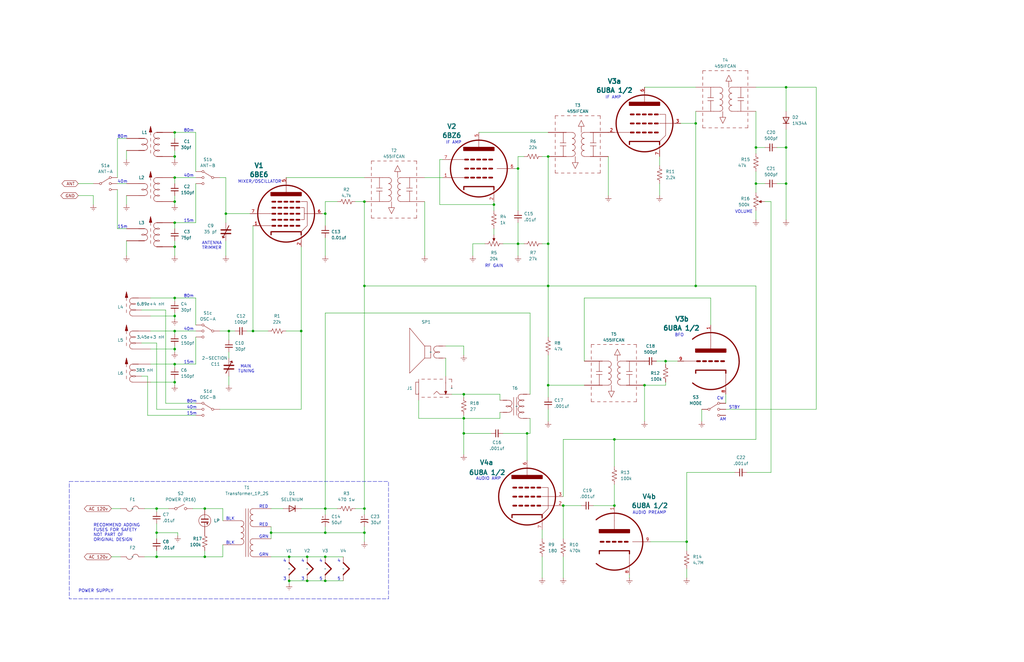
<source format=kicad_sch>
(kicad_sch (version 20230121) (generator eeschema)
  (paper "B")
  (title_block (title "Model 500 Kit 2R 80m/40m/15m HF Receiver") (date "2023-09-11") (rev "1") (company "Conar (National Radio Institute)") (comment 1 "Novice HF AM/SSB/CW Receiver") (comment 2 "Circa 1964") (comment 3 "6BE6, 6BZ6, 6U8A, 6U8A"))
  (lib_symbols
    (symbol "Device:C_Polarized_Small_US" (pin_numbers hide) (pin_names (offset 0.254) hide)
      (property "Reference" "C" (at 0.254 1.778 0))
      (property "Value" "C_Polarized_Small_US" (at 0.254 -2.032 0))
      (symbol "C_Polarized_Small_US_1_1"
        (pin passive line (at 0 2.54 270) (length 2.032) (name "~") (number "1"))
        (pin passive line (at 0 -2.54 90) (length 2.032) (name "~") (number "2"))
      )
    )
    (symbol "Device:C_Small" (pin_numbers hide) (pin_names (offset 0.254) hide)
      (property "Reference" "C" (at 0.254 1.778 0))
      (property "Value" "C_Small" (at 0.254 -2.032 0))
      (symbol "C_Small_1_1"
        (pin passive line (at 0 2.54 270) (length 2.032) (name "~") (number "1"))
        (pin passive line (at 0 -2.54 90) (length 2.032) (name "~") (number "2"))
      )
    )
    (symbol "Device:C_Variable" (pin_numbers hide) (pin_names (offset 0.254) hide)
      (property "Reference" "C" (at 0.635 -1.905 0))
      (property "Value" "C_Variable" (at 0.635 -3.81 0))
      (symbol "C_Variable_1_1"
        (pin passive line (at 0 3.81 270) (length 3.048) (name "~") (number "1"))
        (pin passive line (at 0 -3.81 90) (length 3.048) (name "~") (number "2"))
      )
    )
    (symbol "Device:Lamp_Neon" (pin_numbers hide) (pin_names (offset 0.0254) hide)
      (property "Reference" "NE" (at 0.635 3.81 0))
      (property "Value" "Lamp_Neon" (at 0.635 -3.81 0))
      (symbol "Lamp_Neon_1_1"
        (pin passive line (at 0 -5.08 90) (length 2.54) (name "~") (number "1"))
        (pin passive line (at 0 5.08 270) (length 2.54) (name "~") (number "2"))
      )
    )
    (symbol "Device:R_Potentiometer_US" (pin_numbers hide) (pin_names (offset 1.016) hide)
      (property "Reference" "RV" (at -4.445 0 90))
      (property "Value" "R_Potentiometer_US" (at -2.54 0 90))
      (symbol "R_Potentiometer_US_1_1"
        (pin passive line (at 0 3.81 270) (length 1.27) (name "1") (number "1"))
        (pin passive line (at 3.81 0 180) (length 1.27) (name "2") (number "2"))
        (pin passive line (at 0 -3.81 90) (length 1.27) (name "3") (number "3"))
      )
    )
    (symbol "Device:R_US" (pin_numbers hide) (pin_names (offset 0))
      (property "Reference" "R" (at 2.54 0 90))
      (property "Value" "R_US" (at -2.54 0 90))
      (symbol "R_US_1_1"
        (pin passive line (at 0 3.81 270) (length 1.27) (name "~") (number "1"))
        (pin passive line (at 0 -3.81 90) (length 1.27) (name "~") (number "2"))
      )
    )
    (symbol "Device:Transformer_1P_2S" (pin_numbers hide) (pin_names (offset 1.016) hide)
      (property "Reference" "T" (at 0 12.7 0))
      (property "Value" "Transformer_1P_2S" (at 0 -12.7 0))
      (symbol "Transformer_1P_2S_1_1"
        (pin passive line (at -10.16 5.08 0) (length 7.62) (name "AA") (number "1"))
        (pin passive line (at -10.16 -5.08 0) (length 7.62) (name "AB") (number "2"))
        (pin passive line (at 10.16 10.16 180) (length 7.62) (name "SA") (number "3"))
        (pin passive line (at 10.16 2.54 180) (length 7.62) (name "SB") (number "4"))
        (pin passive line (at 10.16 -2.54 180) (length 7.62) (name "SC") (number "5"))
        (pin passive line (at 10.16 -10.16 180) (length 7.62) (name "SD") (number "6"))
      )
    )
    (symbol "Diode:1N4007" (pin_numbers hide) (pin_names (offset 1.016) hide)
      (property "Reference" "D" (at 0 2.54 0))
      (property "Value" "1N4007" (at 0 -2.54 0))
      (symbol "1N4007_1_1"
        (pin passive line (at -3.81 0 0) (length 2.54) (name "K") (number "1"))
        (pin passive line (at 3.81 0 180) (length 2.54) (name "A") (number "2"))
      )
    )
    (symbol "HEATER_1" (pin_numbers hide) (pin_names (offset 0) hide)
      (property "Reference" "V" (at 2.54 7.62 0))
      (symbol "HEATER_1_1_1"
        (pin passive line (at 0 -5.08 90) (length 2.75) (name "3") (number "3"))
        (pin passive line (at 0 5.08 270) (length 2.75) (name "4") (number "4"))
      )
    )
    (symbol "HEATER_2" (pin_numbers hide) (pin_names (offset 0) hide)
      (property "Reference" "V" (at 2.54 7.62 0))
      (symbol "HEATER_2_1_1"
        (pin passive line (at 0 -5.08 90) (length 2.75) (name "3") (number "3"))
        (pin passive line (at 0 5.08 270) (length 2.75) (name "4") (number "4"))
      )
    )
    (symbol "HEATER_3" (pin_numbers hide) (pin_names (offset 0) hide)
      (property "Reference" "V" (at 2.54 7.62 0))
      (symbol "HEATER_3_1_1"
        (pin passive line (at 0 -5.08 90) (length 2.75) (name "3") (number "3"))
        (pin passive line (at 0 5.08 270) (length 2.75) (name "4") (number "4"))
      )
    )
    (symbol "HEATER_4" (pin_numbers hide) (pin_names (offset 0) hide)
      (property "Reference" "V" (at 2.54 7.62 0))
      (symbol "HEATER_4_1_1"
        (pin passive line (at 0 -5.08 90) (length 2.75) (name "3") (number "3"))
        (pin passive line (at 0 5.08 270) (length 2.75) (name "4") (number "4"))
      )
    )
    (symbol "R_Potentiometer_US_1" (pin_numbers hide) (pin_names (offset 1.016) hide)
      (property "Reference" "RV" (at -4.445 0 90))
      (property "Value" "R_Potentiometer_US" (at -2.54 0 90))
      (symbol "R_Potentiometer_US_1_1_1"
        (pin passive line (at 0 3.81 270) (length 1.27) (name "1") (number "1"))
        (pin passive line (at 3.81 0 180) (length 1.27) (name "2") (number "2"))
        (pin passive line (at 0 -3.81 90) (length 1.27) (name "3") (number "3"))
      )
    )
    (symbol "SW_SP3T_1" (pin_numbers hide) (pin_names (offset 0) hide)
      (property "Reference" "SW" (at 0 5.08 0))
      (property "Value" "SW_SP3T" (at 0 -5.08 0))
      (symbol "SW_SP3T_1_1_1"
        (pin passive line (at 5.08 2.54 180) (length 2.54) (name "1") (number "1"))
        (pin passive line (at 5.08 0 180) (length 2.54) (name "2") (number "2"))
        (pin passive line (at -5.08 0 0) (length 2.54) (name "3") (number "3"))
        (pin passive line (at 5.08 -2.54 180) (length 2.54) (name "4") (number "4"))
      )
    )
    (symbol "SW_SP3T_2" (pin_numbers hide) (pin_names (offset 0) hide)
      (property "Reference" "SW" (at 0 5.08 0))
      (property "Value" "SW_SP3T" (at 0 -5.08 0))
      (symbol "SW_SP3T_2_1_1"
        (pin passive line (at 5.08 2.54 180) (length 2.54) (name "1") (number "1"))
        (pin passive line (at 5.08 0 180) (length 2.54) (name "2") (number "2"))
        (pin passive line (at -5.08 0 0) (length 2.54) (name "3") (number "3"))
        (pin passive line (at 5.08 -2.54 180) (length 2.54) (name "4") (number "4"))
      )
    )
    (symbol "SW_SP3T_3" (pin_numbers hide) (pin_names (offset 0) hide)
      (property "Reference" "SW" (at 0 5.08 0))
      (property "Value" "SW_SP3T" (at 0 -5.08 0))
      (symbol "SW_SP3T_3_1_1"
        (pin passive line (at 5.08 2.54 180) (length 2.54) (name "1") (number "1"))
        (pin passive line (at 5.08 0 180) (length 2.54) (name "2") (number "2"))
        (pin passive line (at -5.08 0 0) (length 2.54) (name "3") (number "3"))
        (pin passive line (at 5.08 -2.54 180) (length 2.54) (name "4") (number "4"))
      )
    )
    (symbol "SW_SP3T_4" (pin_numbers hide) (pin_names (offset 0) hide)
      (property "Reference" "SW" (at 0 5.08 0))
      (property "Value" "SW_SP3T" (at 0 -5.08 0))
      (symbol "SW_SP3T_4_1_1"
        (pin passive line (at 5.08 2.54 180) (length 2.54) (name "1") (number "1"))
        (pin passive line (at 5.08 0 180) (length 2.54) (name "2") (number "2"))
        (pin passive line (at -5.08 0 0) (length 2.54) (name "3") (number "3"))
        (pin passive line (at 5.08 -2.54 180) (length 2.54) (name "4") (number "4"))
      )
    )
    (symbol "Switch:SW_SP3T" (pin_numbers hide) (pin_names (offset 0) hide)
      (property "Reference" "SW" (at 0 5.08 0))
      (property "Value" "SW_SP3T" (at 0 -5.08 0))
      (symbol "SW_SP3T_1_1"
        (pin passive line (at 5.08 2.54 180) (length 2.54) (name "1") (number "1"))
        (pin passive line (at 5.08 0 180) (length 2.54) (name "2") (number "2"))
        (pin passive line (at -5.08 0 0) (length 2.54) (name "3") (number "3"))
        (pin passive line (at 5.08 -2.54 180) (length 2.54) (name "4") (number "4"))
      )
    )
    (symbol "Switch:SW_SPST" (pin_numbers hide) (pin_names (offset 0) hide)
      (property "Reference" "SW" (at 0 3.175 0))
      (property "Value" "SW_SPST" (at 0 -2.54 0))
      (symbol "SW_SPST_1_1"
        (pin passive line (at -5.08 0 0) (length 2.54) (name "A") (number "1"))
        (pin passive line (at 5.08 0 180) (length 2.54) (name "B") (number "2"))
      )
    )
    (symbol "Tube:1/4_PHONE_2C" (pin_numbers hide) (pin_names (offset 0) hide)
      (property "Reference" "J" (at 7.62 10.16 0))
      (symbol "1/4_PHONE_2C_1_1"
        (pin passive line (at -7.62 -5.08 90) (length 3) (name "1") (number "1"))
        (pin passive line (at 3.81 5.08 270) (length 3) (name "1") (number "1"))
        (pin passive line (at 6.35 -2.54 180) (length 3) (name "1") (number "1"))
      )
    )
    (symbol "Tube:455IFCAN" (pin_numbers hide) (pin_names (offset 0) hide)
      (property "Reference" "T" (at -1.27 13.97 0))
      (property "Value" "455IFCAN" (at -3.81 10.16 0))
      (symbol "455IFCAN_1_1"
        (pin passive line (at -12.7 5.08 0) (length 7.62) (name "AA") (number "1"))
        (pin passive line (at -12.7 -5.08 0) (length 7.62) (name "AB") (number "2"))
        (pin passive line (at 12.7 -5.08 180) (length 7.62) (name "SA") (number "3"))
        (pin passive line (at 12.7 5.08 180) (length 7.62) (name "SB") (number "4"))
      )
    )
    (symbol "Tube:6BE6" (pin_names (offset 0) hide)
      (property "Reference" "V" (at 10.16 12.7 0))
      (property "Value" "6BE6" (at 11.43 10.16 0))
      (symbol "6BE6_1_1"
        (pin input line (at -13.97 -5.08 0) (length 2.54) (name "1") (number "1"))
        (pin input line (at 6.35 -13.97 90) (length 2.54) (name "2") (number "2"))
        (pin input line (at 0 15.24 270) (length 2.54) (name "PLATE") (number "5"))
        (pin input line (at 15.24 0 180) (length 2.54) (name "6") (number "6"))
        (pin input line (at -15.24 0 0) (length 2.54) (name "7") (number "7"))
      )
    )
    (symbol "Tube:6BZ6" (pin_names (offset 0) hide)
      (property "Reference" "V" (at 10.16 12.7 0))
      (property "Value" "6BZ6" (at 11.43 10.16 0))
      (symbol "6BZ6_1_1"
        (pin input line (at -15.24 -3.81 0) (length 2.54) (name "1") (number "1"))
        (pin input line (at 6.35 -13.97 90) (length 2.54) (name "2") (number "2"))
        (pin input line (at 0 15.24 270) (length 2.54) (name "PLATE") (number "5"))
        (pin input line (at 15.24 0 180) (length 2.54) (name "6") (number "6"))
        (pin input line (at -15.24 3.81 0) (length 2.54) (name "7") (number "7"))
      )
    )
    (symbol "Tube:6U8 PENTODE - LEFT" (pin_names (offset 0) hide)
      (property "Reference" "V" (at 10.16 12.7 0))
      (property "Value" "6U8 PENTODE - LEFT" (at 11.43 10.16 0))
      (symbol "6U8 PENTODE - LEFT_1_1"
        (pin input line (at 15.24 -3.81 180) (length 2.54) (name "G1") (number "2"))
        (pin input line (at 15.24 0 180) (length 2.54) (name "G2") (number "3"))
        (pin input line (at 0 15.24 270) (length 2.54) (name "PLATE") (number "6"))
        (pin input line (at 6.35 -13.97 90) (length 2.54) (name "CATHODE") (number "7"))
      )
    )
    (symbol "Tube:6U8 PENTODE - RIGHT" (pin_names (offset 0) hide)
      (property "Reference" "V" (at 10.16 12.7 0))
      (property "Value" "6U8 PENTODE - RIGHT" (at 11.43 10.16 0))
      (symbol "6U8 PENTODE - RIGHT_1_1"
        (pin input line (at -15.24 -3.81 0) (length 2.54) (name "G1") (number "2"))
        (pin input line (at 15.24 0 180) (length 2.54) (name "G2") (number "3"))
        (pin input line (at 0 15.24 270) (length 2.54) (name "PLATE") (number "6"))
        (pin input line (at 6.35 -13.97 90) (length 2.54) (name "CATHODE") (number "7"))
      )
    )
    (symbol "Tube:6U8 TRIODE - LEFT" (pin_names (offset 0) hide)
      (property "Reference" "V" (at 10.16 12.7 0))
      (property "Value" "6U8 TRIODE - LEFT" (at 11.43 10.16 0))
      (symbol "6U8 TRIODE - LEFT_1_1"
        (pin input line (at 0 15.24 270) (length 2.54) (name "PLATE") (number "1"))
        (pin input line (at 6.35 -13.97 90) (length 2.54) (name "8") (number "8"))
        (pin input line (at -13.97 0 0) (length 2.54) (name "9") (number "9"))
      )
    )
    (symbol "Tube:6U8 TRIODE - RIGHT" (pin_names (offset 0) hide)
      (property "Reference" "V" (at 10.16 12.7 0))
      (property "Value" "6U8 TRIODE - RIGHT" (at 11.43 10.16 0))
      (symbol "6U8 TRIODE - RIGHT_1_1"
        (pin input line (at 0 15.24 270) (length 2.54) (name "PLATE") (number "1"))
        (pin input line (at 6.35 -13.97 90) (length 2.54) (name "8") (number "8"))
        (pin input line (at 15.24 0 180) (length 2.54) (name "9") (number "9"))
      )
    )
    (symbol "Tube:ANT_COIL" (pin_numbers hide) (pin_names (offset 0) hide)
      (property "Reference" "L" (at -6.35 5.08 0))
      (property "Value" "ANT_COIL" (at -8.89 0 0))
      (symbol "ANT_COIL_1_1"
        (pin passive line (at -10.16 2.54 0) (length 7.62) (name "AA") (number "1"))
        (pin passive line (at -10.16 -2.54 0) (length 7.62) (name "AB") (number "2"))
        (pin passive line (at 10.16 -5.08 180) (length 7.62) (name "SA") (number "3"))
        (pin passive line (at 10.16 5.08 180) (length 7.62) (name "SB") (number "4"))
      )
    )
    (symbol "Tube:AUDIO_XMFR" (pin_numbers hide) (pin_names (offset 0) hide)
      (property "Reference" "T" (at -1.27 7.62 0))
      (symbol "AUDIO_XMFR_1_1"
        (pin passive line (at -6.35 2.54 0) (length 3) (name "AA") (number "1"))
        (pin passive line (at -6.35 -2.54 0) (length 3) (name "AB") (number "2"))
        (pin passive line (at 6.35 -5.08 180) (length 3) (name "SA") (number "3"))
        (pin passive line (at 6.35 5.08 180) (length 3) (name "SB") (number "4"))
      )
    )
    (symbol "Tube:OSC_COIL" (pin_numbers hide) (pin_names (offset 0) hide)
      (property "Reference" "L" (at -2.54 1.27 0))
      (symbol "OSC_COIL_1_1"
        (pin passive line (at 10.16 -2.54 180) (length 7.62) (name "SA") (number "3"))
        (pin passive line (at 6.35 0 180) (length 2.7) (name "SB") (number "4"))
        (pin passive line (at 10.16 5.08 180) (length 7.62) (name "SB") (number "4"))
      )
    )
    (symbol "Tube:SPKR" (pin_numbers hide) (pin_names (offset 0) hide)
      (property "Reference" "SP" (at 11.43 8.89 0))
      (symbol "SPKR_1_1"
        (pin passive line (at 6.35 -2.54 180) (length 3) (name "AA") (number "1"))
        (pin passive line (at 6.35 2.54 180) (length 3) (name "AB") (number "2"))
      )
    )
    (symbol "VacuumTube:Fuse" (pin_numbers hide) (pin_names hide)
      (property "Reference" "F" (at 0 3.81 0))
      (symbol "Fuse_1_1"
        (pin bidirectional line (at -5.08 0 0) (length 2.54) (name "") (number ""))
        (pin bidirectional line (at 5.08 0 180) (length 2.54) (name "") (number ""))
      )
    )
    (symbol "power:GNDREF" (power) (pin_names (offset 0))
      (property "Value" "GNDREF" (at 0 -3.81 0))
      (symbol "GNDREF_1_1"
        (pin power_in line (at 0 0 270) (length 0) hide (name "GNDREF") (number "1"))
      )
    )
  )
  (junction (at 195.58 166.37))
  (junction (at 66.04 224.79))
  (junction (at 137.16 90.17))
  (junction (at 293.37 52.07))
  (junction (at 293.37 120.65))
  (junction (at 121.92 234.95))
  (junction (at 96.52 139.7))
  (junction (at 153.67 224.79))
  (junction (at 218.44 102.87))
  (junction (at 137.16 245.11))
  (junction (at 137.16 214.63))
  (junction (at 106.68 139.7))
  (junction (at 114.3 224.79))
  (junction (at 137.16 234.95))
  (junction (at 153.67 214.63))
  (junction (at 259.08 213.36))
  (junction (at 73.66 161.29))
  (junction (at 231.14 162.56))
  (junction (at 137.16 224.79))
  (junction (at 195.58 182.88))
  (junction (at 73.66 125.73))
  (junction (at 129.54 245.11))
  (junction (at 127 139.7))
  (junction (at 237.49 213.36))
  (junction (at 73.66 133.35))
  (junction (at 129.54 234.95))
  (junction (at 73.66 66.04))
  (junction (at 231.14 66.04))
  (junction (at 73.66 85.09))
  (junction (at 86.36 214.63))
  (junction (at 208.28 86.36))
  (junction (at 331.47 77.47))
  (junction (at 259.08 185.42))
  (junction (at 66.04 214.63))
  (junction (at 153.67 85.09))
  (junction (at 218.44 71.12))
  (junction (at 73.66 104.14))
  (junction (at 331.47 36.83))
  (junction (at 153.67 120.65))
  (junction (at 222.25 182.88))
  (junction (at 331.47 62.23))
  (junction (at 73.66 139.7))
  (junction (at 73.66 74.93))
  (junction (at 280.67 152.4))
  (junction (at 121.92 245.11))
  (junction (at 195.58 176.53))
  (junction (at 73.66 93.98))
  (junction (at 73.66 147.32))
  (junction (at 86.36 234.95))
  (junction (at 95.25 90.17))
  (junction (at 73.66 153.67))
  (junction (at 73.66 55.88))
  (junction (at 318.77 62.23))
  (junction (at 231.14 120.65))
  (junction (at 289.56 228.6))
  (junction (at 66.04 234.95))
  (junction (at 318.77 77.47))
  (junction (at 231.14 102.87))
  (junction (at 271.78 162.56))
  (wire (pts (xy 66.04 234.95) (xy 86.36 234.95)))
  (wire (pts (xy 195.58 182.88) (xy 195.58 191.77)))
  (wire (pts (xy 331.47 36.83) (xy 344.17 36.83)))
  (wire (pts (xy 127 139.7) (xy 127 172.72)))
  (wire (pts (xy 73.66 85.09) (xy 73.66 86.36)))
  (wire (pts (xy 318.77 77.47) (xy 322.58 77.47)))
  (wire (pts (xy 137.16 224.79) (xy 153.67 224.79)))
  (wire (pts (xy 187.96 146.05) (xy 195.58 146.05)))
  (wire (pts (xy 73.66 93.98) (xy 82.55 93.98)))
  (wire (pts (xy 318.77 62.23) (xy 322.58 62.23)))
  (wire (pts (xy 187.96 151.13) (xy 187.96 158.75)))
  (wire (pts (xy 231.14 149.86) (xy 231.14 162.56)))
  (wire (pts (xy 137.16 132.08) (xy 137.16 214.63)))
  (wire (pts (xy 246.38 125.73) (xy 246.38 152.4)))
  (wire (pts (xy 93.98 229.87) (xy 93.98 234.95)))
  (wire (pts (xy 153.67 120.65) (xy 231.14 120.65)))
  (wire (pts (xy 259.08 185.42) (xy 318.77 185.42)))
  (wire (pts (xy 289.56 240.03) (xy 289.56 243.84)))
  (wire (pts (xy 66.04 232.41) (xy 66.04 234.95)))
  (wire (pts (xy 318.77 88.9) (xy 318.77 92.71)))
  (wire (pts (xy 82.55 175.26) (xy 62.23 175.26)))
  (wire (pts (xy 153.67 224.79) (xy 153.67 228.6)))
  (wire (pts (xy 293.37 52.07) (xy 293.37 120.65)))
  (wire (pts (xy 73.66 153.67) (xy 73.66 154.94)))
  (wire (pts (xy 74.93 224.79) (xy 66.04 224.79)))
  (wire (pts (xy 218.44 102.87) (xy 218.44 107.95)))
  (wire (pts (xy 299.72 125.73) (xy 299.72 137.16)))
  (wire (pts (xy 278.13 69.85) (xy 278.13 66.04)))
  (wire (pts (xy 289.56 228.6) (xy 289.56 232.41)))
  (wire (pts (xy 114.3 224.79) (xy 137.16 224.79)))
  (wire (pts (xy 73.66 93.98) (xy 73.66 96.52)))
  (wire (pts (xy 53.34 82.55) (xy 53.34 86.36)))
  (wire (pts (xy 63.5 153.67) (xy 73.66 153.67)))
  (wire (pts (xy 137.16 214.63) (xy 137.16 217.17)))
  (wire (pts (xy 265.43 242.57) (xy 265.43 243.84)))
  (wire (pts (xy 71.12 214.63) (xy 66.04 214.63)))
  (wire (pts (xy 195.58 146.05) (xy 195.58 149.86)))
  (wire (pts (xy 271.78 36.83) (xy 293.37 36.83)))
  (wire (pts (xy 309.88 199.39) (xy 289.56 199.39)))
  (wire (pts (xy 179.07 85.09) (xy 179.07 107.95)))
  (wire (pts (xy 293.37 120.65) (xy 318.77 120.65)))
  (wire (pts (xy 231.14 177.8) (xy 231.14 172.72)))
  (wire (pts (xy 73.66 160.02) (xy 73.66 161.29)))
  (wire (pts (xy 210.82 166.37) (xy 210.82 168.91)))
  (wire (pts (xy 208.28 88.9) (xy 208.28 86.36)))
  (wire (pts (xy 81.28 214.63) (xy 86.36 214.63)))
  (wire (pts (xy 231.14 162.56) (xy 246.38 162.56)))
  (wire (pts (xy 120.65 74.93) (xy 153.67 74.93)))
  (wire (pts (xy 318.77 185.42) (xy 318.77 120.65)))
  (wire (pts (xy 218.44 102.87) (xy 220.98 102.87)))
  (wire (pts (xy 218.44 71.12) (xy 218.44 88.9)))
  (wire (pts (xy 237.49 213.36) (xy 237.49 227.33)))
  (wire (pts (xy 104.14 139.7) (xy 106.68 139.7)))
  (wire (pts (xy 114.3 214.63) (xy 119.38 214.63)))
  (wire (pts (xy 137.16 90.17) (xy 135.89 90.17)))
  (wire (pts (xy 73.66 139.7) (xy 73.66 140.97)))
  (wire (pts (xy 223.52 132.08) (xy 223.52 166.37)))
  (wire (pts (xy 289.56 199.39) (xy 289.56 228.6)))
  (wire (pts (xy 66.04 214.63) (xy 66.04 215.9)))
  (wire (pts (xy 278.13 77.47) (xy 278.13 82.55)))
  (wire (pts (xy 331.47 36.83) (xy 331.47 46.99)))
  (wire (pts (xy 231.14 102.87) (xy 231.14 120.65)))
  (wire (pts (xy 60.96 214.63) (xy 66.04 214.63)))
  (wire (pts (xy 73.66 63.5) (xy 73.66 66.04)))
  (wire (pts (xy 66.04 224.79) (xy 66.04 227.33)))
  (wire (pts (xy 106.68 95.25) (xy 106.68 139.7)))
  (wire (pts (xy 276.86 152.4) (xy 280.67 152.4)))
  (wire (pts (xy 63.5 133.35) (xy 73.66 133.35)))
  (wire (pts (xy 99.06 139.7) (xy 96.52 139.7)))
  (wire (pts (xy 96.52 148.59) (xy 96.52 151.13)))
  (wire (pts (xy 208.28 85.09) (xy 208.28 86.36)))
  (wire (pts (xy 53.34 63.5) (xy 53.34 67.31)))
  (wire (pts (xy 293.37 52.07) (xy 293.37 46.99)))
  (wire (pts (xy 95.25 90.17) (xy 105.41 90.17)))
  (wire (pts (xy 190.5 166.37) (xy 195.58 166.37)))
  (wire (pts (xy 195.58 166.37) (xy 210.82 166.37)))
  (wire (pts (xy 314.96 199.39) (xy 325.12 199.39)))
  (wire (pts (xy 231.14 162.56) (xy 231.14 167.64)))
  (wire (pts (xy 210.82 173.99) (xy 210.82 176.53)))
  (wire (pts (xy 287.02 52.07) (xy 293.37 52.07)))
  (wire (pts (xy 237.49 209.55) (xy 237.49 185.42)))
  (wire (pts (xy 53.34 101.6) (xy 53.34 107.95)))
  (wire (pts (xy 137.16 100.33) (xy 137.16 107.95)))
  (wire (pts (xy 73.66 139.7) (xy 82.55 139.7)))
  (wire (pts (xy 106.68 139.7) (xy 113.03 139.7)))
  (wire (pts (xy 231.14 66.04) (xy 231.14 102.87)))
  (wire (pts (xy 217.17 71.12) (xy 218.44 71.12)))
  (wire (pts (xy 137.16 90.17) (xy 137.16 95.25)))
  (wire (pts (xy 246.38 125.73) (xy 299.72 125.73)))
  (wire (pts (xy 153.67 222.25) (xy 153.67 224.79)))
  (wire (pts (xy 322.58 85.09) (xy 325.12 85.09)))
  (wire (pts (xy 96.52 158.75) (xy 96.52 162.56)))
  (wire (pts (xy 73.66 125.73) (xy 73.66 127)))
  (wire (pts (xy 331.47 62.23) (xy 327.66 62.23)))
  (wire (pts (xy 318.77 72.39) (xy 318.77 77.47)))
  (wire (pts (xy 218.44 93.98) (xy 218.44 102.87)))
  (wire (pts (xy 137.16 245.11) (xy 144.78 245.11)))
  (wire (pts (xy 153.67 214.63) (xy 153.67 217.17)))
  (wire (pts (xy 129.54 245.11) (xy 137.16 245.11)))
  (wire (pts (xy 86.36 232.41) (xy 86.36 234.95)))
  (wire (pts (xy 82.55 172.72) (xy 66.04 172.72)))
  (wire (pts (xy 121.92 234.95) (xy 129.54 234.95)))
  (wire (pts (xy 327.66 77.47) (xy 331.47 77.47)))
  (wire (pts (xy 73.66 133.35) (xy 73.66 134.62)))
  (wire (pts (xy 39.37 82.55) (xy 33.02 82.55)))
  (wire (pts (xy 73.66 104.14) (xy 73.66 107.95)))
  (wire (pts (xy 280.67 161.29) (xy 280.67 162.56)))
  (wire (pts (xy 149.86 214.63) (xy 153.67 214.63)))
  (wire (pts (xy 222.25 182.88) (xy 223.52 182.88)))
  (wire (pts (xy 318.77 77.47) (xy 318.77 81.28)))
  (wire (pts (xy 39.37 86.36) (xy 39.37 82.55)))
  (wire (pts (xy 212.09 182.88) (xy 222.25 182.88)))
  (wire (pts (xy 46.99 214.63) (xy 50.8 214.63)))
  (wire (pts (xy 73.66 74.93) (xy 73.66 77.47)))
  (wire (pts (xy 280.67 152.4) (xy 285.75 152.4)))
  (wire (pts (xy 149.86 85.09) (xy 153.67 85.09)))
  (wire (pts (xy 82.55 153.67) (xy 82.55 142.24)))
  (wire (pts (xy 176.53 168.91) (xy 176.53 176.53)))
  (wire (pts (xy 295.91 172.72) (xy 295.91 177.8)))
  (wire (pts (xy 86.36 214.63) (xy 93.98 214.63)))
  (wire (pts (xy 331.47 54.61) (xy 331.47 62.23)))
  (wire (pts (xy 195.58 176.53) (xy 195.58 182.88)))
  (wire (pts (xy 127 104.14) (xy 127 139.7)))
  (wire (pts (xy 153.67 85.09) (xy 153.67 120.65)))
  (wire (pts (xy 63.5 147.32) (xy 73.66 147.32)))
  (wire (pts (xy 82.55 77.47) (xy 82.55 93.98)))
  (wire (pts (xy 59.69 130.81) (xy 69.85 130.81)))
  (wire (pts (xy 73.66 147.32) (xy 73.66 148.59)))
  (wire (pts (xy 331.47 62.23) (xy 331.47 77.47)))
  (wire (pts (xy 73.66 132.08) (xy 73.66 133.35)))
  (wire (pts (xy 49.53 77.47) (xy 53.34 77.47)))
  (wire (pts (xy 195.58 176.53) (xy 210.82 176.53)))
  (wire (pts (xy 245.11 213.36) (xy 237.49 213.36)))
  (wire (pts (xy 231.14 120.65) (xy 293.37 120.65)))
  (wire (pts (xy 73.66 55.88) (xy 73.66 58.42)))
  (wire (pts (xy 93.98 214.63) (xy 93.98 219.71)))
  (wire (pts (xy 218.44 66.04) (xy 218.44 71.12)))
  (wire (pts (xy 199.39 102.87) (xy 199.39 107.95)))
  (wire (pts (xy 73.66 153.67) (xy 82.55 153.67)))
  (wire (pts (xy 73.66 147.32) (xy 73.66 146.05)))
  (wire (pts (xy 69.85 130.81) (xy 69.85 170.18)))
  (wire (pts (xy 201.93 55.88) (xy 231.14 55.88)))
  (wire (pts (xy 344.17 172.72) (xy 306.07 172.72)))
  (wire (pts (xy 179.07 74.93) (xy 186.69 74.93)))
  (wire (pts (xy 46.99 234.95) (xy 50.8 234.95)))
  (wire (pts (xy 59.69 158.75) (xy 62.23 158.75)))
  (wire (pts (xy 250.19 213.36) (xy 259.08 213.36)))
  (wire (pts (xy 53.34 96.52) (xy 49.53 96.52)))
  (wire (pts (xy 137.16 222.25) (xy 137.16 224.79)))
  (wire (pts (xy 73.66 101.6) (xy 73.66 104.14)))
  (wire (pts (xy 231.14 142.24) (xy 231.14 120.65)))
  (wire (pts (xy 86.36 234.95) (xy 93.98 234.95)))
  (wire (pts (xy 137.16 234.95) (xy 144.78 234.95)))
  (wire (pts (xy 228.6 66.04) (xy 231.14 66.04)))
  (wire (pts (xy 256.54 66.04) (xy 256.54 82.55)))
  (wire (pts (xy 60.96 234.95) (xy 66.04 234.95)))
  (wire (pts (xy 92.71 139.7) (xy 96.52 139.7)))
  (wire (pts (xy 208.28 96.52) (xy 208.28 99.06)))
  (wire (pts (xy 185.42 67.31) (xy 185.42 86.36)))
  (wire (pts (xy 127 214.63) (xy 137.16 214.63)))
  (wire (pts (xy 73.66 66.04) (xy 73.66 67.31)))
  (wire (pts (xy 127 172.72) (xy 92.71 172.72)))
  (wire (pts (xy 271.78 162.56) (xy 271.78 177.8)))
  (wire (pts (xy 82.55 55.88) (xy 82.55 72.39)))
  (wire (pts (xy 271.78 162.56) (xy 280.67 162.56)))
  (wire (pts (xy 153.67 120.65) (xy 153.67 214.63)))
  (wire (pts (xy 212.09 102.87) (xy 218.44 102.87)))
  (wire (pts (xy 59.69 144.78) (xy 66.04 144.78)))
  (wire (pts (xy 114.3 224.79) (xy 114.3 227.33)))
  (wire (pts (xy 237.49 185.42) (xy 259.08 185.42)))
  (wire (pts (xy 73.66 82.55) (xy 73.66 85.09)))
  (wire (pts (xy 204.47 102.87) (xy 199.39 102.87)))
  (wire (pts (xy 120.65 139.7) (xy 127 139.7)))
  (wire (pts (xy 114.3 222.25) (xy 114.3 224.79)))
  (wire (pts (xy 280.67 152.4) (xy 280.67 153.67)))
  (wire (pts (xy 137.16 85.09) (xy 137.16 90.17)))
  (wire (pts (xy 195.58 175.26) (xy 195.58 176.53)))
  (wire (pts (xy 63.5 125.73) (xy 73.66 125.73)))
  (wire (pts (xy 66.04 144.78) (xy 66.04 172.72)))
  (wire (pts (xy 195.58 166.37) (xy 195.58 167.64)))
  (wire (pts (xy 220.98 66.04) (xy 218.44 66.04)))
  (wire (pts (xy 63.5 139.7) (xy 73.66 139.7)))
  (wire (pts (xy 63.5 161.29) (xy 73.66 161.29)))
  (wire (pts (xy 195.58 182.88) (xy 207.01 182.88)))
  (wire (pts (xy 274.32 228.6) (xy 289.56 228.6)))
  (wire (pts (xy 129.54 234.95) (xy 137.16 234.95)))
  (wire (pts (xy 33.02 77.47) (xy 39.37 77.47)))
  (wire (pts (xy 185.42 86.36) (xy 208.28 86.36)))
  (wire (pts (xy 73.66 74.93) (xy 82.55 74.93)))
  (wire (pts (xy 69.85 170.18) (xy 82.55 170.18)))
  (wire (pts (xy 137.16 132.08) (xy 223.52 132.08)))
  (wire (pts (xy 325.12 85.09) (xy 325.12 199.39)))
  (wire (pts (xy 186.69 67.31) (xy 185.42 67.31)))
  (wire (pts (xy 92.71 74.93) (xy 95.25 74.93)))
  (wire (pts (xy 137.16 214.63) (xy 142.24 214.63)))
  (wire (pts (xy 96.52 139.7) (xy 96.52 143.51)))
  (wire (pts (xy 121.92 245.11) (xy 129.54 245.11)))
  (wire (pts (xy 73.66 125.73) (xy 82.55 125.73)))
  (wire (pts (xy 318.77 46.99) (xy 318.77 62.23)))
  (wire (pts (xy 53.34 58.42) (xy 49.53 58.42)))
  (wire (pts (xy 223.52 176.53) (xy 223.52 182.88)))
  (wire (pts (xy 318.77 36.83) (xy 331.47 36.83)))
  (wire (pts (xy 49.53 96.52) (xy 49.53 80.01)))
  (wire (pts (xy 95.25 74.93) (xy 95.25 90.17)))
  (wire (pts (xy 73.66 162.56) (xy 73.66 161.29)))
  (wire (pts (xy 74.93 226.06) (xy 74.93 224.79)))
  (wire (pts (xy 228.6 223.52) (xy 228.6 227.33)))
  (wire (pts (xy 95.25 90.17) (xy 95.25 93.98)))
  (wire (pts (xy 344.17 36.83) (xy 344.17 172.72)))
  (wire (pts (xy 49.53 58.42) (xy 49.53 74.93)))
  (wire (pts (xy 259.08 196.85) (xy 259.08 185.42)))
  (wire (pts (xy 114.3 234.95) (xy 121.92 234.95)))
  (wire (pts (xy 228.6 102.87) (xy 231.14 102.87)))
  (wire (pts (xy 318.77 62.23) (xy 318.77 64.77)))
  (wire (pts (xy 306.07 166.37) (xy 306.07 170.18)))
  (wire (pts (xy 176.53 176.53) (xy 195.58 176.53)))
  (wire (pts (xy 121.92 245.11) (xy 121.92 246.38)))
  (wire (pts (xy 222.25 182.88) (xy 222.25 194.31)))
  (wire (pts (xy 82.55 55.88) (xy 73.66 55.88)))
  (wire (pts (xy 237.49 234.95) (xy 237.49 243.84)))
  (wire (pts (xy 142.24 85.09) (xy 137.16 85.09)))
  (wire (pts (xy 228.6 234.95) (xy 228.6 243.84)))
  (wire (pts (xy 331.47 77.47) (xy 331.47 92.71)))
  (wire (pts (xy 259.08 213.36) (xy 259.08 204.47)))
  (wire (pts (xy 66.04 220.98) (xy 66.04 224.79)))
  (wire (pts (xy 62.23 158.75) (xy 62.23 175.26)))
  (wire (pts (xy 95.25 101.6) (xy 95.25 107.95)))
  (wire (pts (xy 82.55 125.73) (xy 82.55 137.16)))
  (rectangle (start 29.21 203.2) (end 163.83 252.73) (stroke (width 0) (type dash)))
  (text "RF GAIN" (at 204.47 113.03 0) (effects (font (size 1.27 1.27)) (justify left bottom)))
  (text "IF AMP" (at 187.96 60.96 0) (effects (font (size 1.27 1.27)) (justify left bottom)))
  (text "GRN" (at 109.22 234.95 0) (effects (font (size 1.27 1.27)) (justify left bottom)))
  (text "15m" (at 77.47 93.98 0) (effects (font (size 1.27 1.27)) (justify left bottom)))
  (text "15m" (at 77.47 153.67 0) (effects (font (size 1.27 1.27)) (justify left bottom)))
  (text "4" (at 127 237.49 0) (effects (font (size 1.27 1.27)) (justify left bottom)))
  (text "80m" (at 77.47 125.73 0) (effects (font (size 1.27 1.27)) (justify left bottom)))
  (text "VOLUME" (at 309.88 90.17 0) (effects (font (size 1.27 1.27)) (justify left bottom)))
  (text "80m" (at 77.47 55.88 0) (effects (font (size 1.27 1.27)) (justify left bottom)))
  (text "80m" (at 49.53 58.42 0) (effects (font (size 1.27 1.27)) (justify left bottom)))
  (text "AM" (at 303.53 177.8 0) (effects (font (size 1.27 1.27)) (justify left bottom)))
  (text "5" (at 142.24 245.11 0) (effects (font (size 1.27 1.27)) (justify left bottom)))
  (text "40m" (at 49.53 77.47 0) (effects (font (size 1.27 1.27)) (justify left bottom)))
  (text "3" (at 127 245.11 0) (effects (font (size 1.27 1.27)) (justify left bottom)))
  (text " MAIN\nTUNING" (at 100.33 157.48 0) (effects (font (size 1.27 1.27)) (justify left bottom)))
  (text "BLK" (at 95.25 219.71 0) (effects (font (size 1.27 1.27)) (justify left bottom)))
  (text "POWER SUPPLY" (at 33.02 250.19 0) (effects (font (size 1.27 1.27)) (justify left bottom)))
  (text "5" (at 134.62 245.11 0) (effects (font (size 1.27 1.27)) (justify left bottom)))
  (text "MIXER/OSCILLATOR" (at 100.33 77.47 0) (effects (font (size 1.27 1.27)) (justify left bottom)))
  (text "AUDIO PREAMP" (at 266.7 217.17 0) (effects (font (size 1.27 1.27)) (justify left bottom)))
  (text "3" (at 119.38 245.11 0) (effects (font (size 1.27 1.27)) (justify left bottom)))
  (text "40m" (at 77.47 74.93 0) (effects (font (size 1.27 1.27)) (justify left bottom)))
  (text "15m" (at 49.53 96.52 0) (effects (font (size 1.27 1.27)) (justify left bottom)))
  (text "4" (at 134.62 237.49 0) (effects (font (size 1.27 1.27)) (justify left bottom)))
  (text "4" (at 142.24 237.49 0) (effects (font (size 1.27 1.27)) (justify left bottom)))
  (text "CW" (at 302.26 168.91 0) (effects (font (size 1.27 1.27)) (justify left bottom)))
  (text "80m" (at 78.74 170.18 0) (effects (font (size 1.27 1.27)) (justify left bottom)))
  (text "BFO" (at 284.48 142.24 0) (effects (font (size 1.27 1.27)) (justify left bottom)))
  (text "40m" (at 77.47 139.7 0) (effects (font (size 1.27 1.27)) (justify left bottom)))
  (text "BLK" (at 95.25 229.87 0) (effects (font (size 1.27 1.27)) (justify left bottom)))
  (text "40m" (at 78.74 172.72 0) (effects (font (size 1.27 1.27)) (justify left bottom)))
  (text "GRN" (at 109.22 227.33 0) (effects (font (size 1.27 1.27)) (justify left bottom)))
  (text "STBY" (at 307.34 172.72 0) (effects (font (size 1.27 1.27)) (justify left bottom)))
  (text "RED" (at 109.22 222.25 0) (effects (font (size 1.27 1.27)) (justify left bottom)))
  (text "AUDIO AMP" (at 200.66 202.7994 0) (effects (font (size 1.27 1.27)) (justify left bottom)))
  (text "ANTENNA\nTRIMMER" (at 85.09 105.41 0) (effects (font (size 1.27 1.27)) (justify left bottom)))
  (text "4" (at 119.38 237.49 0) (effects (font (size 1.27 1.27)) (justify left bottom)))
  (text "RED" (at 109.22 214.63 0) (effects (font (size 1.27 1.27)) (justify left bottom)))
  (text "IF AMP" (at 255.27 41.91 0) (effects (font (size 1.27 1.27)) (justify left bottom)))
  (text "15m" (at 78.74 175.26 0) (effects (font (size 1.27 1.27)) (justify left bottom)))
  (text "RECOMMEND ADDING\nFUSES FOR SAFETY\nNOT PART OF \nORIGINAL DESIGN" (at 39.37 228.6 0) (effects (font (size 1.27 1.27)) (justify left bottom)))
  (global_label "ANT" (shape bidirectional) (at 33.02 77.47 180) (property "Intersheetrefs" "${INTERSHEET_REFS}" (effects hide)))
  (global_label "AC 120v" (shape bidirectional) (at 46.99 214.63 180) (property "Intersheetrefs" "${INTERSHEET_REFS}" (effects hide)))
  (global_label "AC 120v" (shape bidirectional) (at 46.99 234.95 180) (property "Intersheetrefs" "${INTERSHEET_REFS}" (effects hide)))
  (global_label "GND" (shape bidirectional) (at 33.02 82.55 180) (property "Intersheetrefs" "${INTERSHEET_REFS}" (effects hide)))
  (symbol (lib_id "Device:C_Small") (at 66.04 218.44 180) (unit 1)
    (property "Reference" "C7" (at 68.58 217.1636 0) (effects (justify right)))
    (property "Value" ".01uf" (at 68.58 219.7036 0) (effects (justify right)))
  )
  (symbol (lib_id "Device:C_Variable") (at 95.25 97.79 180) (unit 1)
    (property "Reference" "C9" (at 90.17 95.25 0) (effects (justify left)))
    (property "Value" "35 pf" (at 91.44 97.79 0) (effects (justify left)))
  )
  (symbol (lib_id "power:GNDREF") (at 271.78 177.8 0) (unit 1)
    (property "Reference" "#PWR?" (effects hide))
    (property "Value" "GNDREF" (effects hide))
  )
  (symbol (lib_id "Tube:6U8 TRIODE - RIGHT") (at 259.08 228.6 0) (unit 1)
    (property "Reference" "V4b" (at 276.86 209.55 0) (effects (font (size 2 2) bold) (justify right)))
    (property "Value" "6U8A 1/2" (at 281.94 213.36 0) (effects (font (size 2 2) bold) (justify right)))
  )
  (symbol (lib_id "Tube:ANT_COIL") (at 63.5 99.06 0) (unit 1)
    (property "Reference" "L3" (at 59.69 93.98 0))
    (property "Value" "15m" (effects hide))
  )
  (symbol (lib_id "Device:C_Small") (at 73.66 157.48 0) (unit 1)
    (property "Reference" "C6" (at 76.2 156.2163 0) (effects (justify left)))
    (property "Value" "150pf" (at 76.2 158.7563 0) (effects (justify left)))
  )
  (symbol (lib_id "Device:R_US") (at 231.14 146.05 180) (unit 1)
    (property "Reference" "R8" (at 233.68 144.78 0) (effects (justify right)))
    (property "Value" "47k" (at 233.68 147.32 0) (effects (justify right)))
  )
  (symbol (lib_id "power:GNDREF") (at 95.25 107.95 0) (unit 1)
    (property "Reference" "#PWR?" (effects hide))
    (property "Value" "GNDREF" (effects hide))
  )
  (symbol (lib_id "Tube:AUDIO_XMFR") (at 217.17 171.45 0) (unit 1)
    (property "Reference" "T6" (at 217.17 163.83 0))
    (property "Value" "~" (at 217.8326 171.445 0))
  )
  (symbol (lib_id "power:GNDREF") (at 256.54 82.55 0) (unit 1)
    (property "Reference" "#PWR?" (effects hide))
    (property "Value" "GNDREF" (effects hide))
  )
  (symbol (lib_id "Device:C_Polarized_Small_US") (at 137.16 219.71 0) (unit 1)
    (property "Reference" "C14" (at 139.7 218.0082 0) (effects (justify left)))
    (property "Value" "50uf" (at 139.7 220.5482 0) (effects (justify left)))
  )
  (symbol (lib_id "Device:R_US") (at 278.13 73.66 180) (unit 1)
    (property "Reference" "R11" (at 280.67 72.39 0) (effects (justify right)))
    (property "Value" "2.2k" (at 280.67 74.93 0) (effects (justify right)))
  )
  (symbol (lib_id "Device:R_US") (at 116.84 139.7 90) (unit 1)
    (property "Reference" "R1" (at 116.84 133.35 90))
    (property "Value" "22k" (at 116.84 135.89 90))
  )
  (symbol (lib_id "power:GNDREF") (at 195.58 191.77 0) (unit 1)
    (property "Reference" "#PWR?" (effects hide))
    (property "Value" "GNDREF" (effects hide))
  )
  (symbol (lib_id "power:GNDREF") (at 278.13 82.55 0) (unit 1)
    (property "Reference" "#PWR?" (effects hide))
    (property "Value" "GNDREF" (effects hide))
  )
  (symbol (lib_name "SW_SP3T_2") (lib_id "Switch:SW_SP3T") (at 87.63 74.93 0) (mirror y) (unit 1)
    (property "Reference" "S1b" (at 87.63 67.31 0))
    (property "Value" "ANT-B" (at 87.63 69.85 0))
  )
  (symbol (lib_id "power:GNDREF") (at 199.39 107.95 0) (unit 1)
    (property "Reference" "#PWR?" (effects hide))
    (property "Value" "GNDREF" (effects hide))
  )
  (symbol (lib_id "Tube:1/4_PHONE_2C") (at 184.15 163.83 0) (unit 1)
    (property "Reference" "J1" (at 173.99 163.83 0) (effects (justify right)))
    (property "Value" "~" (at 190.5 163.83 0))
  )
  (symbol (lib_id "Switch:SW_SP3T") (at 300.99 172.72 0) (unit 1)
    (property "Reference" "S3" (at 293.37 167.64 0))
    (property "Value" "MODE" (at 293.37 170.18 0))
  )
  (symbol (lib_id "Device:R_Potentiometer_US") (at 208.28 102.87 90) (unit 1)
    (property "Reference" "R5" (at 208.28 106.68 90))
    (property "Value" "20k" (at 208.28 109.22 90))
  )
  (symbol (lib_id "power:GNDREF") (at 73.66 86.36 0) (unit 1)
    (property "Reference" "#PWR02" (effects hide))
    (property "Value" "GNDREF" (effects hide))
  )
  (symbol (lib_id "Tube:6BZ6") (at 201.93 71.12 0) (unit 1)
    (property "Reference" "V2" (at 190.5 53.34 0) (effects (font (size 2 2) bold)))
    (property "Value" "6BZ6" (at 190.5 57.15 0) (effects (font (size 2 2) bold)))
  )
  (symbol (lib_id "power:GNDREF") (at 228.6 243.84 0) (unit 1)
    (property "Reference" "#PWR?" (effects hide))
    (property "Value" "GNDREF" (effects hide))
  )
  (symbol (lib_id "Device:R_US") (at 146.05 85.09 90) (unit 1)
    (property "Reference" "R2" (at 146.05 80.01 90))
    (property "Value" "4.7k" (at 146.05 82.55 90))
  )
  (symbol (lib_id "Device:C_Small") (at 73.66 129.54 0) (unit 1)
    (property "Reference" "C4" (at 76.2 128.2763 0) (effects (justify left)))
    (property "Value" "30pf" (at 76.2 130.8163 0) (effects (justify left)))
  )
  (symbol (lib_id "Device:R_US") (at 195.58 171.45 0) (unit 1)
    (property "Reference" "R18" (at 198.12 170.18 0) (effects (justify left)))
    (property "Value" "27" (at 198.12 172.72 0) (effects (justify left)))
  )
  (symbol (lib_id "power:GNDREF") (at 153.67 228.6 0) (unit 1)
    (property "Reference" "#PWR?" (effects hide))
    (property "Value" "GNDREF" (effects hide))
  )
  (symbol (lib_id "Device:R_US") (at 318.77 68.58 180) (unit 1)
    (property "Reference" "R15" (at 312.42 67.31 0) (effects (justify right)))
    (property "Value" "47k" (at 311.15 69.85 0) (effects (justify right)))
  )
  (symbol (lib_id "Tube:6U8 PENTODE - LEFT") (at 222.25 209.55 0) (unit 1)
    (property "Reference" "V4a" (at 208.28 195.1794 0) (effects (font (size 2 2) bold) (justify right)))
    (property "Value" "6U8A 1/2" (at 213.36 199.39 0) (effects (font (size 2 2) bold) (justify right)))
  )
  (symbol (lib_name "SW_SP3T_3") (lib_id "Switch:SW_SP3T") (at 87.63 139.7 0) (mirror y) (unit 1)
    (property "Reference" "S1c" (at 87.63 132.08 0))
    (property "Value" "OSC-A" (at 87.63 134.62 0))
  )
  (symbol (lib_id "Device:C_Small") (at 312.42 199.39 90) (unit 1)
    (property "Reference" "C22" (at 312.4263 193.04 90))
    (property "Value" ".001uf" (at 312.4263 195.58 90))
  )
  (symbol (lib_id "Tube:SPKR") (at 181.61 148.59 0) (unit 1)
    (property "Reference" "SP1" (at 179.705 135.89 0))
    (property "Value" "~" (at 181.61 148.59 0))
  )
  (symbol (lib_id "Device:R_US") (at 208.28 92.71 180) (unit 1)
    (property "Reference" "R4" (at 210.82 91.44 0) (effects (justify right)))
    (property "Value" "1k" (at 210.82 93.98 0) (effects (justify right)))
  )
  (symbol (lib_id "power:GNDREF") (at 73.66 148.59 0) (unit 1)
    (property "Reference" "#PWR04" (effects hide))
    (property "Value" "GNDREF" (effects hide))
  )
  (symbol (lib_id "power:GNDREF") (at 121.92 246.38 0) (unit 1)
    (property "Reference" "#PWR?" (effects hide))
    (property "Value" "GNDREF" (effects hide))
  )
  (symbol (lib_name "R_Potentiometer_US_1") (lib_id "Device:R_Potentiometer_US") (at 318.77 85.09 0) (unit 1)
    (property "Reference" "R16" (at 316.23 83.82 0) (effects (justify right)))
    (property "Value" "500k" (at 316.23 86.36 0) (effects (justify right)))
  )
  (symbol (lib_id "power:GNDREF") (at 331.47 92.71 0) (unit 1)
    (property "Reference" "#PWR?" (effects hide))
    (property "Value" "GNDREF" (effects hide))
  )
  (symbol (lib_id "Device:C_Small") (at 101.6 139.7 90) (unit 1)
    (property "Reference" "C12" (at 101.6063 133.35 90))
    (property "Value" "100pf" (at 101.6063 135.89 90))
  )
  (symbol (lib_name "HEATER_4") (lib_id "Tube:HEATER") (at 129.54 240.03 0) (unit 1)
    (property "Reference" "V2" (at 128.27 232.41 0) (effects (justify left)))
    (property "Value" "~" (at 129.54 240.03 0))
  )
  (symbol (lib_id "power:GNDREF") (at 231.14 177.8 0) (unit 1)
    (property "Reference" "#PWR?" (effects hide))
    (property "Value" "GNDREF" (effects hide))
  )
  (symbol (lib_id "power:GNDREF") (at 73.66 107.95 0) (unit 1)
    (property "Reference" "#PWR01" (effects hide))
    (property "Value" "GNDREF" (effects hide))
  )
  (symbol (lib_name "HEATER_1") (lib_id "Tube:HEATER") (at 121.92 240.03 0) (unit 1)
    (property "Reference" "V1" (at 120.65 232.41 0) (effects (justify left)))
    (property "Value" "~" (at 121.92 240.03 0))
  )
  (symbol (lib_id "power:GNDREF") (at 73.66 162.56 0) (unit 1)
    (property "Reference" "#PWR?" (effects hide))
    (property "Value" "GNDREF" (effects hide))
  )
  (symbol (lib_id "Device:C_Small") (at 325.12 77.47 270) (unit 1)
    (property "Reference" "C21" (at 325.1136 71.12 90))
    (property "Value" "500pf" (at 325.1136 73.66 90))
  )
  (symbol (lib_id "Tube:455IFCAN") (at 243.84 60.96 0) (unit 1)
    (property "Reference" "T3" (at 243.6228 44.45 0))
    (property "Value" "455IFCAN" (at 243.6228 46.99 0))
  )
  (symbol (lib_id "Device:C_Small") (at 209.55 182.88 90) (unit 1)
    (property "Reference" "C16" (at 209.55 186.69 90))
    (property "Value" ".001uf" (at 209.55 189.23 90))
  )
  (symbol (lib_id "power:GNDREF") (at 289.56 243.84 0) (unit 1)
    (property "Reference" "#PWR?" (effects hide))
    (property "Value" "GNDREF" (effects hide))
  )
  (symbol (lib_id "VacuumTube:Fuse") (at 55.88 214.63 0) (unit 1)
    (property "Reference" "F1" (at 55.8778 210.82 0))
    (property "Value" "~" (at 55.88 214.63 0))
  )
  (symbol (lib_id "power:GNDREF") (at 74.93 226.06 0) (unit 1)
    (property "Reference" "#PWR?" (effects hide))
    (property "Value" "GNDREF" (effects hide))
  )
  (symbol (lib_id "Device:R_US") (at 146.05 214.63 270) (unit 1)
    (property "Reference" "R3" (at 146.05 208.28 90))
    (property "Value" "470 1w" (at 146.05 210.82 90))
  )
  (symbol (lib_id "Device:R_US") (at 86.36 228.6 0) (unit 1)
    (property "Reference" "R17" (at 81.28 227.33 0) (effects (justify left)))
    (property "Value" "100k" (at 80.01 229.87 0) (effects (justify left)))
  )
  (symbol (lib_id "Device:Transformer_1P_2S") (at 104.14 224.79 0) (unit 1)
    (property "Reference" "T1" (at 104.14 205.74 0))
    (property "Value" "Transformer_1P_2S" (at 104.14 208.28 0))
  )
  (symbol (lib_id "Device:C_Small") (at 274.32 152.4 270) (unit 1)
    (property "Reference" "C18" (at 274.3136 146.05 90))
    (property "Value" "500pf" (at 274.3136 148.59 90))
  )
  (symbol (lib_id "Switch:SW_SPST") (at 76.2 214.63 0) (unit 1)
    (property "Reference" "S2" (at 76.2 208.28 0))
    (property "Value" "POWER (R16)" (at 76.2 210.82 0))
  )
  (symbol (lib_id "Device:C_Polarized_Small_US") (at 153.67 219.71 0) (unit 1)
    (property "Reference" "C23" (at 156.21 218.0082 0) (effects (justify left)))
    (property "Value" "30uf" (at 156.21 220.5482 0) (effects (justify left)))
  )
  (symbol (lib_id "Device:Lamp_Neon") (at 86.36 219.71 0) (unit 1)
    (property "Reference" "LP" (at 90.17 219.71 0) (effects (justify left)))
    (property "Value" "Lamp_Neon" (effects hide))
  )
  (symbol (lib_id "power:GNDREF") (at 295.91 177.8 0) (unit 1)
    (property "Reference" "#PWR?" (effects hide))
    (property "Value" "GNDREF" (effects hide))
  )
  (symbol (lib_id "Device:R_US") (at 289.56 236.22 180) (unit 1)
    (property "Reference" "R14" (at 292.1 234.95 0) (effects (justify right)))
    (property "Value" "4.7M" (at 292.1 237.49 0) (effects (justify right)))
  )
  (symbol (lib_id "VacuumTube:Fuse") (at 55.88 234.95 0) (unit 1)
    (property "Reference" "F2" (at 55.8778 231.14 0))
    (property "Value" "~" (at 55.88 234.95 0))
  )
  (symbol (lib_id "Diode:1N4007") (at 123.19 214.63 180) (unit 1)
    (property "Reference" "D1" (at 123.19 208.28 0))
    (property "Value" "SELENIUM" (at 123.19 210.82 0))
    (property "Footprint" "Diode_THT:D_DO-41_SOD81_P10.16mm_Horizontal" (effects hide))
    (property "Datasheet" "http://www.vishay.com/docs/88503/1n4001.pdf" (effects hide))
  )
  (symbol (lib_id "power:GNDREF") (at 318.77 92.71 0) (unit 1)
    (property "Reference" "#PWR?" (effects hide))
    (property "Value" "GNDREF" (effects hide))
  )
  (symbol (lib_id "Device:C_Small") (at 66.04 229.87 180) (unit 1)
    (property "Reference" "C8" (at 68.58 228.5936 0) (effects (justify right)))
    (property "Value" ".01uf" (at 68.58 231.1336 0) (effects (justify right)))
  )
  (symbol (lib_id "power:GNDREF") (at 195.58 149.86 0) (unit 1)
    (property "Reference" "#PWR06" (effects hide))
    (property "Value" "GNDREF" (effects hide))
  )
  (symbol (lib_id "Tube:OSC_COIL") (at 53.34 158.75 0) (unit 1)
    (property "Reference" "L6" (at 50.8 157.48 0))
    (property "Value" "383 nH" (at 60.96 156.21 0))
  )
  (symbol (lib_id "Tube:455IFCAN") (at 306.07 41.91 0) (unit 1)
    (property "Reference" "T4" (at 305.8528 25.4 0))
    (property "Value" "455IFCAN" (at 305.8528 27.94 0))
  )
  (symbol (lib_id "Device:C_Small") (at 73.66 143.51 0) (unit 1)
    (property "Reference" "C5" (at 76.2 142.2463 0) (effects (justify left)))
    (property "Value" "150pf" (at 76.2 144.7863 0) (effects (justify left)))
  )
  (symbol (lib_id "Device:C_Small") (at 73.66 60.96 0) (unit 1)
    (property "Reference" "C1" (at 77.47 59.69 0) (effects (justify left)))
    (property "Value" "30pf" (at 76.2 62.2363 0) (effects (justify left)))
  )
  (symbol (lib_id "Tube:OSC_COIL") (at 53.34 144.78 0) (unit 1)
    (property "Reference" "L5" (at 50.8 143.51 0))
    (property "Value" "3.45e+3 nH" (at 63.5 142.24 0))
  )
  (symbol (lib_id "power:GNDREF") (at 73.66 67.31 0) (unit 1)
    (property "Reference" "#PWR03" (effects hide))
    (property "Value" "GNDREF" (effects hide))
  )
  (symbol (lib_id "Device:R_US") (at 259.08 200.66 180) (unit 1)
    (property "Reference" "R13" (at 261.62 199.39 0) (effects (justify right)))
    (property "Value" "100k" (at 261.62 201.93 0) (effects (justify right)))
  )
  (symbol (lib_id "Device:R_US") (at 224.79 102.87 90) (unit 1)
    (property "Reference" "R7" (at 224.79 106.68 90))
    (property "Value" "27k" (at 224.79 109.22 90))
  )
  (symbol (lib_name "SW_SP3T_1") (lib_id "Switch:SW_SP3T") (at 44.45 77.47 0) (unit 1)
    (property "Reference" "S1a" (at 44.45 69.85 0))
    (property "Value" "ANT-A" (at 44.45 72.39 0))
  )
  (symbol (lib_id "Tube:6U8 TRIODE - LEFT") (at 299.72 152.4 0) (unit 1)
    (property "Reference" "V3b" (at 284.48 134.62 0) (effects (font (size 2 2) bold) (justify left)))
    (property "Value" "6U8A 1/2" (at 279.4 138.43 0) (effects (font (size 2 2) bold) (justify left)))
  )
  (symbol (lib_id "power:GNDREF") (at 53.34 67.31 0) (unit 1)
    (property "Reference" "#PWR?" (effects hide))
    (property "Value" "GNDREF" (effects hide))
  )
  (symbol (lib_id "power:GNDREF") (at 73.66 134.62 0) (unit 1)
    (property "Reference" "#PWR05" (effects hide))
    (property "Value" "GNDREF" (effects hide))
  )
  (symbol (lib_id "Device:R_US") (at 224.79 66.04 90) (unit 1)
    (property "Reference" "R6" (at 224.79 59.69 90))
    (property "Value" "22k" (at 224.79 62.23 90))
  )
  (symbol (lib_id "Device:C_Small") (at 325.12 62.23 270) (unit 1)
    (property "Reference" "C20" (at 325.1136 55.88 90))
    (property "Value" "500pf" (at 325.1136 58.42 90))
  )
  (symbol (lib_id "Tube:ANT_COIL") (at 63.5 80.01 0) (unit 1)
    (property "Reference" "L2" (at 59.69 74.93 0))
    (property "Value" "40m" (effects hide))
  )
  (symbol (lib_id "power:GNDREF") (at 179.07 107.95 0) (unit 1)
    (property "Reference" "#PWR?" (effects hide))
    (property "Value" "GNDREF" (effects hide))
  )
  (symbol (lib_id "power:GNDREF") (at 265.43 243.84 0) (unit 1)
    (property "Reference" "#PWR?" (effects hide))
    (property "Value" "GNDREF" (effects hide))
  )
  (symbol (lib_id "Device:C_Small") (at 218.44 91.44 180) (unit 1)
    (property "Reference" "C15" (at 220.98 90.1636 0) (effects (justify right)))
    (property "Value" ".01uf" (at 220.98 92.7036 0) (effects (justify right)))
  )
  (symbol (lib_id "Device:R_US") (at 280.67 157.48 180) (unit 1)
    (property "Reference" "R12" (at 274.32 157.48 0) (effects (justify right)))
    (property "Value" "100k" (at 274.32 160.02 0) (effects (justify right)))
  )
  (symbol (lib_id "Tube:455IFCAN") (at 166.37 80.01 0) (unit 1)
    (property "Reference" "T2" (at 166.1528 63.5 0))
    (property "Value" "455IFCAN" (at 166.1528 66.04 0))
  )
  (symbol (lib_id "Device:C_Small") (at 73.66 80.01 0) (unit 1)
    (property "Reference" "C2" (at 77.47 78.74 0) (effects (justify left)))
    (property "Value" "150pf" (at 76.2 81.2863 0) (effects (justify left)))
  )
  (symbol (lib_id "Device:C_Small") (at 247.65 213.36 90) (unit 1)
    (property "Reference" "C19" (at 247.6563 207.01 90))
    (property "Value" ".001uf" (at 247.6563 209.55 90))
  )
  (symbol (lib_id "Tube:ANT_COIL") (at 63.5 60.96 0) (unit 1)
    (property "Reference" "L1" (at 60.96 55.88 0))
    (property "Value" "80m" (effects hide))
  )
  (symbol (lib_id "power:GNDREF") (at 218.44 107.95 0) (unit 1)
    (property "Reference" "#PWR?" (effects hide))
    (property "Value" "GNDREF" (effects hide))
  )
  (symbol (lib_id "Tube:OSC_COIL") (at 53.34 130.81 0) (unit 1)
    (property "Reference" "L4" (at 50.8 129.54 0))
    (property "Value" "6.89e+4 nH" (at 63.5 128.27 0))
  )
  (symbol (lib_id "power:GNDREF") (at 237.49 243.84 0) (unit 1)
    (property "Reference" "#PWR?" (effects hide))
    (property "Value" "GNDREF" (effects hide))
  )
  (symbol (lib_id "Tube:455IFCAN") (at 259.08 157.48 0) (unit 1)
    (property "Reference" "T5" (at 258.8628 140.97 0))
    (property "Value" "455IFCAN" (at 258.8628 143.51 0))
  )
  (symbol (lib_id "Tube:6U8 PENTODE - RIGHT") (at 271.78 52.07 0) (unit 1)
    (property "Reference" "V3a" (at 259.08 34.29 0) (effects (font (size 2 2) bold)))
    (property "Value" "6U8A 1/2" (at 259.08 38.1 0) (effects (font (size 2 2) bold)))
  )
  (symbol (lib_id "power:GNDREF") (at 137.16 107.95 0) (unit 1)
    (property "Reference" "#PWR?" (effects hide))
    (property "Value" "GNDREF" (effects hide))
  )
  (symbol (lib_id "power:GNDREF") (at 39.37 86.36 0) (unit 1)
    (property "Reference" "#PWR?" (effects hide))
    (property "Value" "GNDREF" (effects hide))
  )
  (symbol (lib_id "power:GNDREF") (at 53.34 107.95 0) (unit 1)
    (property "Reference" "#PWR?" (effects hide))
    (property "Value" "GNDREF" (effects hide))
  )
  (symbol (lib_id "Device:R_US") (at 228.6 231.14 180) (unit 1)
    (property "Reference" "R9" (at 231.14 229.87 0) (effects (justify right)))
    (property "Value" "180" (at 231.14 232.41 0) (effects (justify right)))
  )
  (symbol (lib_id "Device:C_Small") (at 231.14 170.18 180) (unit 1)
    (property "Reference" "C17" (at 233.68 168.9036 0) (effects (justify right)))
    (property "Value" ".001uf" (at 233.68 171.4436 0) (effects (justify right)))
  )
  (symbol (lib_name "HEATER_2") (lib_id "Tube:HEATER") (at 137.16 240.03 0) (unit 1)
    (property "Reference" "V3" (at 135.89 232.41 0) (effects (justify left)))
    (property "Value" "~" (at 137.16 240.03 0))
  )
  (symbol (lib_id "Device:C_Small") (at 73.66 99.06 0) (unit 1)
    (property "Reference" "C3" (at 77.47 97.79 0) (effects (justify left)))
    (property "Value" "75pf" (at 76.2 100.3363 0) (effects (justify left)))
  )
  (symbol (lib_id "power:GNDREF") (at 96.52 162.56 0) (unit 1)
    (property "Reference" "#PWR?" (effects hide))
    (property "Value" "GNDREF" (effects hide))
  )
  (symbol (lib_id "Diode:1N4007") (at 331.47 50.8 90) (unit 1)
    (property "Reference" "D2" (at 334.01 49.53 90) (effects (justify right)))
    (property "Value" "1N34A" (at 334.01 52.07 90) (effects (justify right)))
    (property "Footprint" "Diode_THT:D_DO-41_SOD81_P10.16mm_Horizontal" (effects hide))
    (property "Datasheet" "http://www.vishay.com/docs/88503/1n4001.pdf" (effects hide))
  )
  (symbol (lib_id "power:GNDREF") (at 53.34 86.36 0) (unit 1)
    (property "Reference" "#PWR?" (effects hide))
    (property "Value" "GNDREF" (effects hide))
  )
  (symbol (lib_id "Device:R_US") (at 237.49 231.14 180) (unit 1)
    (property "Reference" "R10" (at 240.03 229.87 0) (effects (justify right)))
    (property "Value" "470k" (at 240.03 232.41 0) (effects (justify right)))
  )
  (symbol (lib_name "HEATER_3") (lib_id "Tube:HEATER") (at 144.78 240.03 0) (unit 1)
    (property "Reference" "V4" (at 143.51 232.41 0) (effects (justify left)))
    (property "Value" "~" (at 144.78 240.03 0))
  )
  (symbol (lib_id "Tube:6BE6") (at 120.65 90.17 0) (unit 1)
    (property "Reference" "V1" (at 109.22 69.85 0) (effects (font (size 2 2) bold)))
    (property "Value" "6BE6" (at 109.22 73.66 0) (effects (font (size 2 2) bold)))
  )
  (symbol (lib_id "Device:C_Variable") (at 96.52 154.94 0) (unit 1)
    (property "Reference" "C11" (at 88.9 153.67 0) (effects (justify left)))
    (property "Value" "2-SECTION" (at 85.09 151.13 0) (effects (justify left)))
  )
  (symbol (lib_id "Device:C_Small") (at 137.16 97.79 0) (unit 1)
    (property "Reference" "C13" (at 139.7 97.79 0) (effects (justify left)))
    (property "Value" "0.01uf" (at 139.7 100.33 0) (effects (justify left)))
  )
  (symbol (lib_id "Device:C_Small") (at 96.52 146.05 0) (unit 1)
    (property "Reference" "C10" (at 99.06 144.7863 0) (effects (justify left)))
    (property "Value" "30pf" (at 99.06 147.3263 0) (effects (justify left)))
  )
  (symbol (lib_name "SW_SP3T_4") (lib_id "Switch:SW_SP3T") (at 87.63 172.72 0) (mirror y) (unit 1)
    (property "Reference" "S1d" (at 87.63 165.1 0))
    (property "Value" "OSC-B" (at 87.63 167.64 0))
  )
)
</source>
